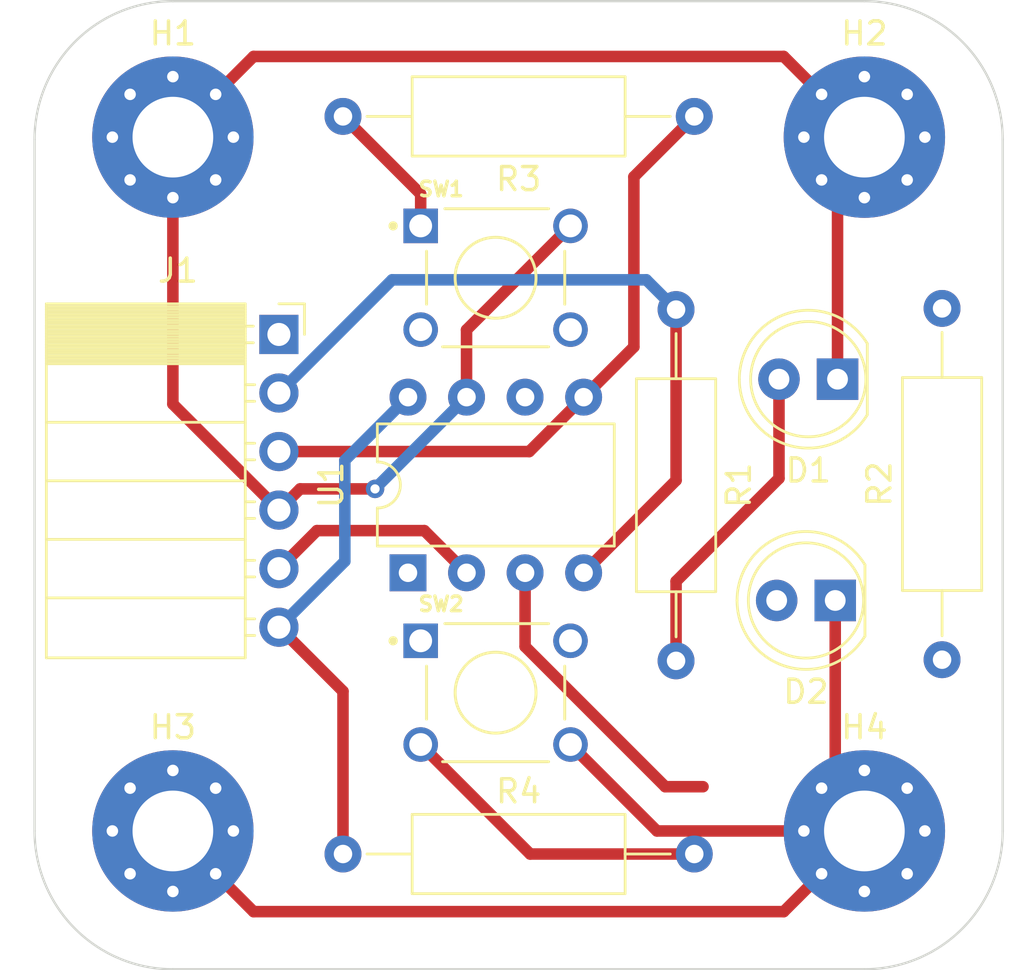
<source format=kicad_pcb>
(kicad_pcb (version 20211014) (generator pcbnew)
  (layers (0 "F.Cu" signal) (31 "B.Cu" signal) (34 "B.Paste" user) (35 "F.Paste" user) (36 "B.SilkS" user "B.Silkscreen") (37 "F.SilkS" user "F.Silkscreen") (38 "B.Mask" user) (39 "F.Mask" user) (44 "Edge.Cuts" user))
  (net 0 "")
  (net 1 "VSS")
  (net 2 "Net-(D1-Pad2)")
  (net 3 "Net-(D2-Pad2)")
  (net 5 "GP1")
  (net 6 "GP0")
  (net 7 "VDD")
  (net 8 "GP3")
  (net 9 "GP2")
  (net 10 "Net-(R3-Pad2)")
  (net 11 "Net-(R4-Pad2)")
  (footprint "Button_Switch_THT:SW_1825910-6-4" (layer "F.Cu") (at 131 84)
    (fp_text reference "SW1" (at -2.3627 -3.844398) (layer "F.SilkS") (effects (font (size 0.630643 0.630643))))
    (fp_text value "SW_DPST_x2")
    (fp_line (start 2.3 2.995) (end -2.3 2.995) (layer "F.SilkS") (width 0.127))
    (fp_line (start 3 -1.15) (end 3 1.15) (layer "F.SilkS") (width 0.127))
    (fp_line (start -2.2 -2.995) (end 2.3 -2.995) (layer "F.SilkS") (width 0.127))
    (fp_line (start -2.995 -1.15) (end -2.995 1.15) (layer "F.SilkS") (width 0.127))
    (fp_circle (center 0 0) (end 1.755 0) (layer "F.SilkS") (width 0.127) (fill none))
    (fp_circle (center -4.445 -2.25) (end -4.345 -2.25) (layer "F.SilkS") (width 0.2) (fill none))
    (pad "1" thru_hole rect locked (at -3.25 -2.25) (size 1.498 1.498) (drill 0.99) (layers *.Cu *.Mask) (net 10 "Net-(R3-Pad2)"))
    (pad "2" thru_hole circle locked (at 3.25 -2.25) (size 1.498 1.498) (drill 0.99) (layers *.Cu *.Mask) (net 1 "VSS"))
    (pad "3" thru_hole circle locked (at -3.25 2.25) (size 1.498 1.498) (drill 0.99) (layers *.Cu *.Mask))
    (pad "4" thru_hole circle locked (at 3.25 2.25) (size 1.498 1.498) (drill 0.99) (layers *.Cu *.Mask))
  )
  (footprint "MountingHole:MountingHole_3.5mm_Pad_Via" (layer "F.Cu") (at 117 108)
    (fp_text reference "H3" (at 0 -4.5) (layer "F.SilkS"))
    (fp_text value "MountingHole_Pad")
    (pad "1" thru_hole circle (at 1.856155 1.856155) (size 0.8 0.8) (drill 0.5) (layers *.Cu *.Mask) (net 1 "VSS"))
    (pad "1" thru_hole circle (at 0 0) (size 7 7) (drill 3.5) (layers *.Cu *.Mask) (net 1 "VSS"))
    (pad "1" thru_hole circle (at 1.856155 -1.856155) (size 0.8 0.8) (drill 0.5) (layers *.Cu *.Mask) (net 1 "VSS"))
    (pad "1" thru_hole circle (at -2.625 0) (size 0.8 0.8) (drill 0.5) (layers *.Cu *.Mask) (net 1 "VSS"))
    (pad "1" thru_hole circle (at -1.856155 1.856155) (size 0.8 0.8) (drill 0.5) (layers *.Cu *.Mask) (net 1 "VSS"))
    (pad "1" thru_hole circle (at 2.625 0) (size 0.8 0.8) (drill 0.5) (layers *.Cu *.Mask) (net 1 "VSS"))
    (pad "1" thru_hole circle (at -1.856155 -1.856155) (size 0.8 0.8) (drill 0.5) (layers *.Cu *.Mask) (net 1 "VSS"))
    (pad "1" thru_hole circle (at 0 -2.625) (size 0.8 0.8) (drill 0.5) (layers *.Cu *.Mask) (net 1 "VSS"))
    (pad "1" thru_hole circle (at 0 2.625) (size 0.8 0.8) (drill 0.5) (layers *.Cu *.Mask) (net 1 "VSS"))
  )
  (footprint "Button_Switch_THT:SW_1825910-6-4" (layer "F.Cu") (at 131 102)
    (fp_text reference "SW2" (at -2.3627 -3.844398) (layer "F.SilkS") (effects (font (size 0.630643 0.630643))))
    (fp_text value "SW_DPST_x2")
    (fp_line (start -2.2 -2.995) (end 2.3 -2.995) (layer "F.SilkS") (width 0.127))
    (fp_line (start -2.995 -1.15) (end -2.995 1.15) (layer "F.SilkS") (width 0.127))
    (fp_line (start 2.3 2.995) (end -2.3 2.995) (layer "F.SilkS") (width 0.127))
    (fp_line (start 3 -1.15) (end 3 1.15) (layer "F.SilkS") (width 0.127))
    (fp_circle (center -4.445 -2.25) (end -4.345 -2.25) (layer "F.SilkS") (width 0.2) (fill none))
    (fp_circle (center 0 0) (end 1.755 0) (layer "F.SilkS") (width 0.127) (fill none))
    (pad "1" thru_hole rect locked (at -3.25 -2.25) (size 1.498 1.498) (drill 0.99) (layers *.Cu *.Mask))
    (pad "2" thru_hole circle locked (at 3.25 -2.25) (size 1.498 1.498) (drill 0.99) (layers *.Cu *.Mask))
    (pad "3" thru_hole circle locked (at -3.25 2.25) (size 1.498 1.498) (drill 0.99) (layers *.Cu *.Mask) (net 11 "Net-(R4-Pad2)"))
    (pad "4" thru_hole circle locked (at 3.25 2.25) (size 1.498 1.498) (drill 0.99) (layers *.Cu *.Mask) (net 1 "VSS"))
  )
  (footprint "Package_DIP:DIP-8_W7.62mm" (layer "F.Cu") (at 127.2 96.8 90)
    (fp_text reference "U1" (at 3.81 -3.33 90) (layer "F.SilkS"))
    (fp_text value "PIC10F200-IP")
    (fp_line (start 6.46 -1.33) (end 4.81 -1.33) (layer "F.SilkS") (width 0.12))
    (fp_line (start 2.81 -1.33) (end 1.16 -1.33) (layer "F.SilkS") (width 0.12))
    (fp_line (start 1.16 -1.33) (end 1.16 8.95) (layer "F.SilkS") (width 0.12))
    (fp_line (start 1.16 8.95) (end 6.46 8.95) (layer "F.SilkS") (width 0.12))
    (fp_line (start 6.46 8.95) (end 6.46 -1.33) (layer "F.SilkS") (width 0.12))
    (fp_arc (start 4.81 -1.33) (mid 3.81 -0.33) (end 2.81 -1.33) (layer "F.SilkS") (width 0.12))
    (pad "1" thru_hole rect (at 0 0 90) (size 1.6 1.6) (drill 0.8) (layers *.Cu *.Mask))
    (pad "2" thru_hole oval (at 0 2.54 90) (size 1.6 1.6) (drill 0.8) (layers *.Cu *.Mask) (net 7 "VDD"))
    (pad "3" thru_hole oval (at 0 5.08 90) (size 1.6 1.6) (drill 0.8) (layers *.Cu *.Mask) (net 9 "GP2"))
    (pad "4" thru_hole oval (at 0 7.62 90) (size 1.6 1.6) (drill 0.8) (layers *.Cu *.Mask) (net 5 "GP1"))
    (pad "5" thru_hole oval (at 7.62 7.62 90) (size 1.6 1.6) (drill 0.8) (layers *.Cu *.Mask) (net 6 "GP0"))
    (pad "6" thru_hole oval (at 7.62 5.08 90) (size 1.6 1.6) (drill 0.8) (layers *.Cu *.Mask))
    (pad "7" thru_hole oval (at 7.62 2.54 90) (size 1.6 1.6) (drill 0.8) (layers *.Cu *.Mask) (net 1 "VSS"))
    (pad "8" thru_hole oval (at 7.62 0 90) (size 1.6 1.6) (drill 0.8) (layers *.Cu *.Mask) (net 8 "GP3"))
  )
  (footprint "Resistor_THT:R_Axial_DIN0309_L9.0mm_D3.2mm_P15.24mm_Horizontal" (layer "F.Cu") (at 138.83 85.38 -90)
    (fp_text reference "R1" (at 7.62 -2.72 -90) (layer "F.SilkS"))
    (fp_text value "1k")
    (fp_line (start 3 1.72) (end 12.24 1.72) (layer "F.SilkS") (width 0.12))
    (fp_line (start 12.24 1.72) (end 12.24 -1.72) (layer "F.SilkS") (width 0.12))
    (fp_line (start 1.04 0) (end 3 0) (layer "F.SilkS") (width 0.12))
    (fp_line (start 14.2 0) (end 12.24 0) (layer "F.SilkS") (width 0.12))
    (fp_line (start 3 -1.72) (end 3 1.72) (layer "F.SilkS") (width 0.12))
    (fp_line (start 12.24 -1.72) (end 3 -1.72) (layer "F.SilkS") (width 0.12))
    (pad "1" thru_hole circle (at 0 0 270) (size 1.6 1.6) (drill 0.8) (layers *.Cu *.Mask) (net 5 "GP1"))
    (pad "2" thru_hole oval (at 15.24 0 270) (size 1.6 1.6) (drill 0.8) (layers *.Cu *.Mask) (net 2 "Net-(D1-Pad2)"))
  )
  (footprint "Resistor_THT:R_Axial_DIN0309_L9.0mm_D3.2mm_P15.24mm_Horizontal" (layer "F.Cu") (at 124.38 109)
    (fp_text reference "R4" (at 7.62 -2.72) (layer "F.SilkS"))
    (fp_text value "1k")
    (fp_line (start 3 1.72) (end 12.24 1.72) (layer "F.SilkS") (width 0.12))
    (fp_line (start 12.24 1.72) (end 12.24 -1.72) (layer "F.SilkS") (width 0.12))
    (fp_line (start 12.24 -1.72) (end 3 -1.72) (layer "F.SilkS") (width 0.12))
    (fp_line (start 1.04 0) (end 3 0) (layer "F.SilkS") (width 0.12))
    (fp_line (start 3 -1.72) (end 3 1.72) (layer "F.SilkS") (width 0.12))
    (fp_line (start 14.2 0) (end 12.24 0) (layer "F.SilkS") (width 0.12))
    (pad "1" thru_hole circle (at 0 0) (size 1.6 1.6) (drill 0.8) (layers *.Cu *.Mask) (net 8 "GP3"))
    (pad "2" thru_hole oval (at 15.24 0) (size 1.6 1.6) (drill 0.8) (layers *.Cu *.Mask) (net 11 "Net-(R4-Pad2)"))
  )
  (footprint "MountingHole:MountingHole_3.5mm_Pad_Via" (layer "F.Cu") (at 117 77.9)
    (fp_text reference "H1" (at 0 -4.5) (layer "F.SilkS"))
    (fp_text value "MountingHole_Pad")
    (pad "1" thru_hole circle (at 0 2.625) (size 0.8 0.8) (drill 0.5) (layers *.Cu *.Mask) (net 1 "VSS"))
    (pad "1" thru_hole circle (at 0 0) (size 7 7) (drill 3.5) (layers *.Cu *.Mask) (net 1 "VSS"))
    (pad "1" thru_hole circle (at -2.625 0) (size 0.8 0.8) (drill 0.5) (layers *.Cu *.Mask) (net 1 "VSS"))
    (pad "1" thru_hole circle (at 1.856155 -1.856155) (size 0.8 0.8) (drill 0.5) (layers *.Cu *.Mask) (net 1 "VSS"))
    (pad "1" thru_hole circle (at 2.625 0) (size 0.8 0.8) (drill 0.5) (layers *.Cu *.Mask) (net 1 "VSS"))
    (pad "1" thru_hole circle (at -1.856155 -1.856155) (size 0.8 0.8) (drill 0.5) (layers *.Cu *.Mask) (net 1 "VSS"))
    (pad "1" thru_hole circle (at 1.856155 1.856155) (size 0.8 0.8) (drill 0.5) (layers *.Cu *.Mask) (net 1 "VSS"))
    (pad "1" thru_hole circle (at -1.856155 1.856155) (size 0.8 0.8) (drill 0.5) (layers *.Cu *.Mask) (net 1 "VSS"))
    (pad "1" thru_hole circle (at 0 -2.625) (size 0.8 0.8) (drill 0.5) (layers *.Cu *.Mask) (net 1 "VSS"))
  )
  (footprint "Resistor_THT:R_Axial_DIN0309_L9.0mm_D3.2mm_P15.24mm_Horizontal" (layer "F.Cu") (at 139.62 77 180)
    (fp_text reference "R3" (at 7.62 -2.72 180) (layer "F.SilkS"))
    (fp_text value "1k")
    (fp_line (start 1.04 0) (end 3 0) (layer "F.SilkS") (width 0.12))
    (fp_line (start 14.2 0) (end 12.24 0) (layer "F.SilkS") (width 0.12))
    (fp_line (start 12.24 1.72) (end 12.24 -1.72) (layer "F.SilkS") (width 0.12))
    (fp_line (start 3 -1.72) (end 3 1.72) (layer "F.SilkS") (width 0.12))
    (fp_line (start 3 1.72) (end 12.24 1.72) (layer "F.SilkS") (width 0.12))
    (fp_line (start 12.24 -1.72) (end 3 -1.72) (layer "F.SilkS") (width 0.12))
    (pad "1" thru_hole circle (at 0 0 180) (size 1.6 1.6) (drill 0.8) (layers *.Cu *.Mask) (net 6 "GP0"))
    (pad "2" thru_hole oval (at 15.24 0 180) (size 1.6 1.6) (drill 0.8) (layers *.Cu *.Mask) (net 10 "Net-(R3-Pad2)"))
  )
  (footprint "LED_THT:LED_D5.0mm" (layer "F.Cu") (at 145.835 88.4 180)
    (fp_text reference "D1" (at 1.27 -3.96) (layer "F.SilkS"))
    (fp_text value "LED")
    (fp_line (start -1.29 -1.545) (end -1.29 1.545) (layer "F.SilkS") (width 0.12))
    (fp_arc (start -1.29 -1.54483) (mid 2.072002 -2.880433) (end 4.26 0.000462) (layer "F.SilkS") (width 0.12))
    (fp_arc (start 4.26 -0.000462) (mid 2.072002 2.880433) (end -1.29 1.54483) (layer "F.SilkS") (width 0.12))
    (fp_circle (center 1.27 0) (end 3.77 0) (layer "F.SilkS") (width 0.12) (fill none))
    (pad "1" thru_hole rect (at 0 0 180) (size 1.8 1.8) (drill 0.9) (layers *.Cu *.Mask) (net 1 "VSS"))
    (pad "2" thru_hole circle (at 2.54 0 180) (size 1.8 1.8) (drill 0.9) (layers *.Cu *.Mask) (net 2 "Net-(D1-Pad2)"))
  )
  (footprint "Connector_PinSocket_2.54mm:PinSocket_1x06_P2.54mm_Horizontal" (layer "F.Cu") (at 121.6 86.46)
    (fp_text reference "J1" (at -4.38 -2.77) (layer "F.SilkS"))
    (fp_text value "Conn_01x06_Female")
    (fp_line (start -10.09 6.35) (end -1.46 6.35) (layer "F.SilkS") (width 0.12))
    (fp_line (start -10.09 -0.619525) (end -1.46 -0.619525) (layer "F.SilkS") (width 0.12))
    (fp_line (start -1.46 -0.36) (end -1.11 -0.36) (layer "F.SilkS") (width 0.12))
    (fp_line (start -10.09 -0.02905) (end -1.46 -0.02905) (layer "F.SilkS") (width 0.12))
    (fp_line (start -1.46 13.06) (end -1.05 13.06) (layer "F.SilkS") (width 0.12))
    (fp_line (start -10.09 -0.855715) (end -1.46 -0.855715) (layer "F.SilkS") (width 0.12))
    (fp_line (start -10.09 0.91571) (end -1.46 0.91571) (layer "F.SilkS") (width 0.12))
    (fp_line (start -1.46 10.52) (end -1.05 10.52) (layer "F.SilkS") (width 0.12))
    (fp_line (start -1.46 7.98) (end -1.05 7.98) (layer "F.SilkS") (width 0.12))
    (fp_line (start -10.09 14.03) (end -1.46 14.03) (layer "F.SilkS") (width 0.12))
    (fp_line (start -10.09 0.20714) (end -1.46 0.20714) (layer "F.SilkS") (width 0.12))
    (fp_line (start -1.46 12.34) (end -1.05 12.34) (layer "F.SilkS") (width 0.12))
    (fp_line (start 0 -1.33) (end 1.11 -1.33) (layer "F.SilkS") (width 0.12))
    (fp_line (start -10.09 3.81) (end -1.46 3.81) (layer "F.SilkS") (width 0.12))
    (fp_line (start -10.09 -1.33) (end -10.09 14.03) (layer "F.SilkS") (width 0.12))
    (fp_line (start -1.46 2.9) (end -1.05 2.9) (layer "F.SilkS") (width 0.12))
    (fp_line (start -1.46 7.26) (end -1.05 7.26) (layer "F.SilkS") (width 0.12))
    (fp_line (start -10.09 1.1519) (end -1.46 1.1519) (layer "F.SilkS") (width 0.12))
    (fp_line (start -10.09 1.033805) (end -1.46 1.033805) (layer "F.SilkS") (width 0.12))
    (fp_line (start -10.09 1.27) (end -1.46 1.27) (layer "F.SilkS") (width 0.12))
    (fp_line (start -10.09 -0.97381) (end -1.46 -0.97381) (layer "F.SilkS") (width 0.12))
    (fp_line (start -10.09 -0.26524) (end -1.46 -0.26524) (layer "F.SilkS") (width 0.12))
    (fp_line (start 1.11 -1.33) (end 1.11 0) (layer "F.SilkS") (width 0.12))
    (fp_line (start -1.46 4.72) (end -1.05 4.72) (layer "F.SilkS") (width 0.12))
    (fp_line (start -10.09 0.561425) (end -1.46 0.561425) (layer "F.SilkS") (width 0.12))
    (fp_line (start -10.09 -1.091905) (end -1.46 -1.091905) (layer "F.SilkS") (width 0.12))
    (fp_line (start -10.09 -0.383335) (end -1.46 -0.383335) (layer "F.SilkS") (width 0.12))
    (fp_line (start -10.09 0.67952) (end -1.46 0.67952) (layer "F.SilkS") (width 0.12))
    (fp_line (start -10.09 -0.73762) (end -1.46 -0.73762) (layer "F.SilkS") (width 0.12))
    (fp_line (start -10.09 11.43) (end -1.46 11.43) (layer "F.SilkS") (width 0.12))
    (fp_line (start -1.46 2.18) (end -1.05 2.18) (layer "F.SilkS") (width 0.12))
    (fp_line (start -1.46 0.36) (end -1.11 0.36) (layer "F.SilkS") (width 0.12))
    (fp_line (start -10.09 -0.50143) (end -1.46 -0.50143) (layer "F.SilkS") (width 0.12))
    (fp_line (start -1.46 9.8) (end -1.05 9.8) (layer "F.SilkS") (width 0.12))
    (fp_line (start -10.09 -1.33) (end -1.46 -1.33) (layer "F.SilkS") (width 0.12))
    (fp_line (start -10.09 -0.147145) (end -1.46 -0.147145) (layer "F.SilkS") (width 0.12))
    (fp_line (start -10.09 0.44333) (end -1.46 0.44333) (layer "F.SilkS") (width 0.12))
    (fp_line (start -10.09 0.325235) (end -1.46 0.325235) (layer "F.SilkS") (width 0.12))
    (fp_line (start -1.46 5.44) (end -1.05 5.44) (layer "F.SilkS") (width 0.12))
    (fp_line (start -10.09 8.89) (end -1.46 8.89) (layer "F.SilkS") (width 0.12))
    (fp_line (start -1.46 -1.33) (end -1.46 14.03) (layer "F.SilkS") (width 0.12))
    (fp_line (start -10.09 0.089045) (end -1.46 0.089045) (layer "F.SilkS") (width 0.12))
    (fp_line (start -10.09 0.797615) (end -1.46 0.797615) (layer "F.SilkS") (width 0.12))
    (fp_line (start -10.09 -1.21) (end -1.46 -1.21) (layer "F.SilkS") (width 0.12))
    (pad "1" thru_hole rect (at 0 0) (size 1.7 1.7) (drill 1) (layers *.Cu *.Mask))
    (pad "2" thru_hole oval (at 0 2.54) (size 1.7 1.7) (drill 1) (layers *.Cu *.Mask) (net 5 "GP1"))
    (pad "3" thru_hole oval (at 0 5.08) (size 1.7 1.7) (drill 1) (layers *.Cu *.Mask) (net 6 "GP0"))
    (pad "4" thru_hole oval (at 0 7.62) (size 1.7 1.7) (drill 1) (layers *.Cu *.Mask) (net 1 "VSS"))
    (pad "5" thru_hole oval (at 0 10.16) (size 1.7 1.7) (drill 1) (layers *.Cu *.Mask) (net 7 "VDD"))
    (pad "6" thru_hole oval (at 0 12.7) (size 1.7 1.7) (drill 1) (layers *.Cu *.Mask) (net 8 "GP3"))
  )
  (footprint "MountingHole:MountingHole_3.5mm_Pad_Via" (layer "F.Cu") (at 147 108)
    (fp_text reference "H4" (at 0 -4.5) (layer "F.SilkS"))
    (fp_text value "MountingHole_Pad")
    (pad "1" thru_hole circle (at -1.856155 -1.856155) (size 0.8 0.8) (drill 0.5) (layers *.Cu *.Mask) (net 1 "VSS"))
    (pad "1" thru_hole circle (at 2.625 0) (size 0.8 0.8) (drill 0.5) (layers *.Cu *.Mask) (net 1 "VSS"))
    (pad "1" thru_hole circle (at 0 2.625) (size 0.8 0.8) (drill 0.5) (layers *.Cu *.Mask) (net 1 "VSS"))
    (pad "1" thru_hole circle (at 1.856155 -1.856155) (size 0.8 0.8) (drill 0.5) (layers *.Cu *.Mask) (net 1 "VSS"))
    (pad "1" thru_hole circle (at -1.856155 1.856155) (size 0.8 0.8) (drill 0.5) (layers *.Cu *.Mask) (net 1 "VSS"))
    (pad "1" thru_hole circle (at -2.625 0) (size 0.8 0.8) (drill 0.5) (layers *.Cu *.Mask) (net 1 "VSS"))
    (pad "1" thru_hole circle (at 1.856155 1.856155) (size 0.8 0.8) (drill 0.5) (layers *.Cu *.Mask) (net 1 "VSS"))
    (pad "1" thru_hole circle (at 0 0) (size 7 7) (drill 3.5) (layers *.Cu *.Mask) (net 1 "VSS"))
    (pad "1" thru_hole circle (at 0 -2.625) (size 0.8 0.8) (drill 0.5) (layers *.Cu *.Mask) (net 1 "VSS"))
  )
  (footprint "MountingHole:MountingHole_3.5mm_Pad_Via" (layer "F.Cu") (at 147 77.9)
    (fp_text reference "H2" (at 0 -4.5) (layer "F.SilkS"))
    (fp_text value "MountingHole_Pad")
    (pad "1" thru_hole circle (at 1.856155 1.856155) (size 0.8 0.8) (drill 0.5) (layers *.Cu *.Mask) (net 1 "VSS"))
    (pad "1" thru_hole circle (at 0 2.625) (size 0.8 0.8) (drill 0.5) (layers *.Cu *.Mask) (net 1 "VSS"))
    (pad "1" thru_hole circle (at -2.625 0) (size 0.8 0.8) (drill 0.5) (layers *.Cu *.Mask) (net 1 "VSS"))
    (pad "1" thru_hole circle (at -1.856155 1.856155) (size 0.8 0.8) (drill 0.5) (layers *.Cu *.Mask) (net 1 "VSS"))
    (pad "1" thru_hole circle (at 2.625 0) (size 0.8 0.8) (drill 0.5) (layers *.Cu *.Mask) (net 1 "VSS"))
    (pad "1" thru_hole circle (at -1.856155 -1.856155) (size 0.8 0.8) (drill 0.5) (layers *.Cu *.Mask) (net 1 "VSS"))
    (pad "1" thru_hole circle (at 0 0) (size 7 7) (drill 3.5) (layers *.Cu *.Mask) (net 1 "VSS"))
    (pad "1" thru_hole circle (at 0 -2.625) (size 0.8 0.8) (drill 0.5) (layers *.Cu *.Mask) (net 1 "VSS"))
    (pad "1" thru_hole circle (at 1.856155 -1.856155) (size 0.8 0.8) (drill 0.5) (layers *.Cu *.Mask) (net 1 "VSS"))
  )
  (footprint "LED_THT:LED_D5.0mm" (layer "F.Cu") (at 145.735 98 180)
    (fp_text reference "D2" (at 1.27 -3.96) (layer "F.SilkS"))
    (fp_text value "LED")
    (fp_line (start -1.29 -1.545) (end -1.29 1.545) (layer "F.SilkS") (width 0.12))
    (fp_arc (start -1.29 -1.54483) (mid 2.072002 -2.880433) (end 4.26 0.000462) (layer "F.SilkS") (width 0.12))
    (fp_arc (start 4.26 -0.000462) (mid 2.072002 2.880433) (end -1.29 1.54483) (layer "F.SilkS") (width 0.12))
    (fp_circle (center 1.27 0) (end 3.77 0) (layer "F.SilkS") (width 0.12) (fill none))
    (pad "1" thru_hole rect (at 0 0 180) (size 1.8 1.8) (drill 0.9) (layers *.Cu *.Mask) (net 1 "VSS"))
    (pad "2" thru_hole circle (at 2.54 0 180) (size 1.8 1.8) (drill 0.9) (layers *.Cu *.Mask) (net 3 "Net-(D2-Pad2)"))
  )
  (footprint "Resistor_THT:R_Axial_DIN0309_L9.0mm_D3.2mm_P15.24mm_Horizontal" (layer "F.Cu") (at 150.37 100.57 90)
    (fp_text reference "R2" (at 7.62 -2.72 90) (layer "F.SilkS"))
    (fp_text value "1k")
    (fp_line (start 3 -1.72) (end 3 1.72) (layer "F.SilkS") (width 0.12))
    (fp_line (start 12.24 1.72) (end 12.24 -1.72) (layer "F.SilkS") (width 0.12))
    (fp_line (start 12.24 -1.72) (end 3 -1.72) (layer "F.SilkS") (width 0.12))
    (fp_line (start 3 1.72) (end 12.24 1.72) (layer "F.SilkS") (width 0.12))
    (fp_line (start 14.2 0) (end 12.24 0) (layer "F.SilkS") (width 0.12))
    (fp_line (start 1.04 0) (end 3 0) (layer "F.SilkS") (width 0.12))
    (pad "1" thru_hole circle (at 0 0 90) (size 1.6 1.6) (drill 0.8) (layers *.Cu *.Mask) (net 9 "GP2"))
    (pad "2" thru_hole oval (at 15.24 0 90) (size 1.6 1.6) (drill 0.8) (layers *.Cu *.Mask) (net 3 "Net-(D2-Pad2)"))
  )
  (gr_arc (start 147 72) (mid 151.242641 73.757359) (end 153 78) (layer "Edge.Cuts") (width 0.1))
  (gr_line (start 147 72) (end 117 72) (layer "Edge.Cuts") (width 0.1))
  (gr_line (start 153 78) (end 153 108) (layer "Edge.Cuts") (width 0.1))
  (gr_line (start 111 78) (end 111 108) (layer "Edge.Cuts") (width 0.1))
  (gr_arc (start 111 78) (mid 112.757359 73.757359) (end 117 72) (layer "Edge.Cuts") (width 0.1))
  (gr_arc (start 153 108) (mid 151.242641 112.242641) (end 147 114) (layer "Edge.Cuts") (width 0.1))
  (gr_arc (start 117 114) (mid 112.757359 112.242641) (end 111 108) (layer "Edge.Cuts") (width 0.1))
  (gr_line (start 147 114) (end 117 114) (layer "Edge.Cuts") (width 0.1))
  (segment (start 117 108) (end 120.5 111.5) (width 0.5) (layer "F.Cu") (net 1))
  (segment (start 145.735 98) (end 145.735 106.735) (width 0.5) (layer "F.Cu") (net 1))
  (segment (start 122.52 93.16) (end 121.6 94.08) (width 0.5) (layer "F.Cu") (net 1))
  (segment (start 121.6 94.08) (end 117 89.48) (width 0.5) (layer "F.Cu") (net 1))
  (segment (start 117 77.9) (end 120.5 74.4) (width 0.5) (layer "F.Cu") (net 1))
  (segment (start 145.835 79.065) (end 147 77.9) (width 0.5) (layer "F.Cu") (net 1))
  (segment (start 120.5 111.5) (end 143.5 111.5) (width 0.5) (layer "F.Cu") (net 1))
  (segment (start 143.5 111.5) (end 147 108) (width 0.5) (layer "F.Cu") (net 1))
  (segment (start 147.9 107.1) (end 147 108) (width 0.5) (layer "F.Cu") (net 1))
  (segment (start 134.25 104.25) (end 138 108) (width 0.5) (layer "F.Cu") (net 1))
  (segment (start 129.74 86.26) (end 134.25 81.75) (width 0.5) (layer "F.Cu") (net 1))
  (segment (start 120.5 74.4) (end 143.5 74.4) (width 0.5) (layer "F.Cu") (net 1))
  (segment (start 125.77 93.16) (end 122.52 93.16) (width 0.5) (layer "F.Cu") (net 1))
  (segment (start 143.5 74.4) (end 147 77.9) (width 0.5) (layer "F.Cu") (net 1))
  (segment (start 117 89.48) (end 117 77.9) (width 0.5) (layer "F.Cu") (net 1))
  (segment (start 138 108) (end 147 108) (width 0.5) (layer "F.Cu") (net 1))
  (segment (start 148 78.9) (end 147 77.9) (width 0.5) (layer "F.Cu") (net 1))
  (segment (start 129.74 89.18) (end 129.74 86.26) (width 0.5) (layer "F.Cu") (net 1))
  (segment (start 145.735 106.735) (end 147 108) (width 0.5) (layer "F.Cu") (net 1))
  (segment (start 145.835 88.4) (end 145.835 79.065) (width 0.5) (layer "F.Cu") (net 1))
  (via (at 125.77 93.16) (size 0.8) (drill 0.4) (layers "F.Cu" "B.Cu") (net 1))
  (segment (start 125.77 93.15) (end 125.77 93.16) (width 0.5) (layer "B.Cu") (net 1))
  (segment (start 129.74 89.18) (end 125.77 93.15) (width 0.5) (layer "B.Cu") (net 1))
  (segment (start 138.83 100.62) (end 138.83 97.17) (width 0.5) (layer "F.Cu") (net 2))
  (segment (start 143.295 92.705) (end 143.295 88.4) (width 0.5) (layer "F.Cu") (net 2))
  (segment (start 138.83 97.17) (end 143.295 92.705) (width 0.5) (layer "F.Cu") (net 2))
  (segment (start 138.83 92.79) (end 134.82 96.8) (width 0.5) (layer "F.Cu") (net 5))
  (segment (start 138.83 85.38) (end 138.83 92.79) (width 0.5) (layer "F.Cu") (net 5))
  (segment (start 126.51 84.09) (end 137.54 84.09) (width 0.5) (layer "B.Cu") (net 5))
  (segment (start 137.54 84.09) (end 138.83 85.38) (width 0.5) (layer "B.Cu") (net 5))
  (segment (start 121.6 89) (end 126.51 84.09) (width 0.5) (layer "B.Cu") (net 5))
  (segment (start 134.82 89.18) (end 137 87) (width 0.5) (layer "F.Cu") (net 6))
  (segment (start 137 79.62) (end 139.62 77) (width 0.5) (layer "F.Cu") (net 6))
  (segment (start 132.46 91.54) (end 121.6 91.54) (width 0.5) (layer "F.Cu") (net 6))
  (segment (start 137 87) (end 137 79.62) (width 0.5) (layer "F.Cu") (net 6))
  (segment (start 134.82 89.18) (end 132.46 91.54) (width 0.5) (layer "F.Cu") (net 6))
  (segment (start 127.91 94.97) (end 123.25 94.97) (width 0.5) (layer "F.Cu") (net 7))
  (segment (start 123.25 94.97) (end 121.6 96.62) (width 0.5) (layer "F.Cu") (net 7))
  (segment (start 129.74 96.8) (end 127.91 94.97) (width 0.5) (layer "F.Cu") (net 7))
  (segment (start 124.38 101.94) (end 121.6 99.16) (width 0.5) (layer "F.Cu") (net 8))
  (segment (start 124.38 109) (end 124.38 101.94) (width 0.5) (layer "F.Cu") (net 8))
  (segment (start 124.46 91.92) (end 127.2 89.18) (width 0.5) (layer "B.Cu") (net 8))
  (segment (start 121.6 99.16) (end 124.46 96.3) (width 0.5) (layer "B.Cu") (net 8))
  (segment (start 124.46 96.3) (end 124.46 91.92) (width 0.5) (layer "B.Cu") (net 8))
  (segment (start 138.36 106.08) (end 132.28 100) (width 0.5) (layer "F.Cu") (net 9))
  (segment (start 132.28 100) (end 132.28 96.8) (width 0.5) (layer "F.Cu") (net 9))
  (segment (start 140 106.08) (end 138.36 106.08) (width 0.5) (layer "F.Cu") (net 9))
  (segment (start 127.75 80.37) (end 124.38 77) (width 0.5) (layer "F.Cu") (net 10))
  (segment (start 127.75 81.75) (end 127.75 80.37) (width 0.5) (layer "F.Cu") (net 10))
  (segment (start 127.75 104.25) (end 132.5 109) (width 0.5) (layer "F.Cu") (net 11))
  (segment (start 132.5 109) (end 139.62 109) (width 0.5) (layer "F.Cu") (net 11))
)
</source>
